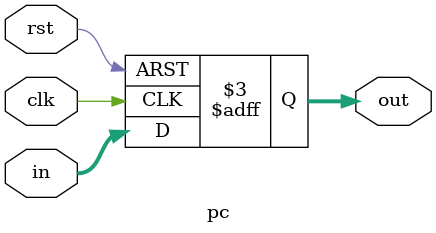
<source format=v>
/*
This code is for 4 bit I/O. convert it to 32 I/O.
*/

module pc (out , in ,clk, rst);
output [31:0] out;
input [31:0] in;
input clk,rst;
reg [31:0]out;
always @ (posedge clk or posedge rst)
  if(rst==1)
  out = 0;
  else
  out = in;
endmodule

</source>
